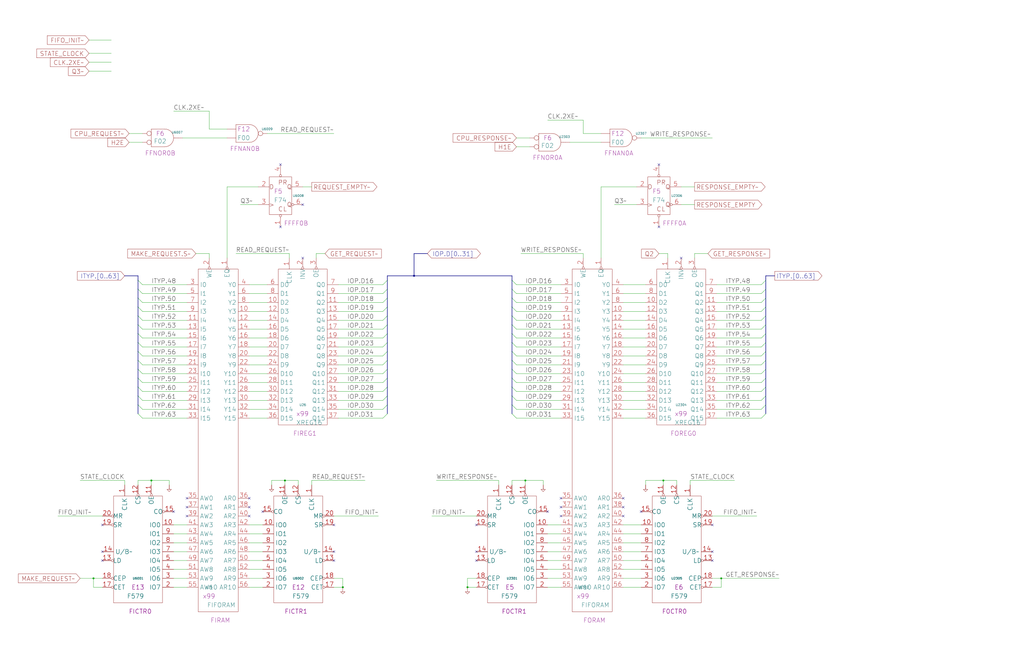
<source format=kicad_sch>
(kicad_sch (version 20230121) (generator eeschema)
  (paper "User" 584.2 378.46)
  (title_block (title "FIFOS\\nREQUEST FIFO") (date "22-SEP-90") (rev "2.0") (comment 1 "IOC") (comment 2 "232-003061") (comment 3 "S400") (comment 4 "RELEASED"))
  (lib_symbols
    (symbol "r1000:F00" (pin_numbers hide) (pin_names hide)
      (property "Reference" "U" (at 15.24 0 0))
      (property "Value" "F00" (at 1.905 -5.08 0))
      (property "Location" "___" (at 1.905 0 0))
      (property "Name" "______" (at 2.54 -12.7 0))
      (symbol "F00_0_1"
        (polyline (pts (xy -2.54 -7.62) (xy 5.08 -7.62)) (stroke (width 0.1524)))
        (polyline (pts (xy -2.54 2.54) (xy -2.54 -7.62)) (stroke (width 0.1524)))
        (polyline (pts (xy -2.54 2.54) (xy 5.08 2.54)) (stroke (width 0.1524)))
        (arc (start 5.08 -7.62) (mid 10.1282 -2.54) (end 5.08 2.54) (stroke (width 0.1524)))
        (circle (center 11.43 -2.54) (radius 1.27) (stroke (width 0.1524)))
      )
      (symbol "F00_0_2"
        (circle (center -3.81 -5.08) (radius 1.27) (stroke (width 0.1524)))
        (circle (center -3.81 0) (radius 1.27) (stroke (width 0.1524)))
        (arc (start -3.175 -7.62) (mid -2.134 -2.54) (end -3.175 2.54) (stroke (width 0.1524)))
        (polyline (pts (xy -3.175 -7.62) (xy 3.81 -7.62)) (stroke (width 0.1524)))
        (polyline (pts (xy -3.175 2.54) (xy 3.81 2.54)) (stroke (width 0.1524)))
        (arc (start 3.81 -7.62) (mid 7.5855 -5.8306) (end 10.16 -2.54) (stroke (width 0.1524)))
        (arc (start 10.16 -2.54) (mid 7.5827 0.7471) (end 3.81 2.54) (stroke (width 0.1524)))
      )
      (symbol "F00_1_1"
        (pin input line (at -7.62 0 0) (length 5.08) (name "D0") (number "1"))
        (pin input line (at -7.62 -5.08 0) (length 5.08) (name "D1") (number "2"))
        (pin output line (at 15.24 -2.54 180) (length 2.54) (name "Q") (number "3"))
      )
      (symbol "F00_1_2"
        (pin input line (at -7.62 0 0) (length 2.54) (name "D0") (number "1"))
        (pin input line (at -7.62 -5.08 0) (length 2.54) (name "D1") (number "2"))
        (pin output line (at 15.24 -2.54 180) (length 5.08) (name "Q") (number "3"))
      )
    )
    (symbol "r1000:F02" (pin_numbers hide) (pin_names hide)
      (property "Reference" "U" (at 12.16 0.635 0))
      (property "Value" "F02" (at -1.27 -4.445 0))
      (property "Location" "___" (at 2.54 0 0))
      (property "Name" "______" (at 2.54 -12.7 0))
      (symbol "F02_0_1"
        (arc (start -3.81 -7.62) (mid -2.9847 -2.54) (end -3.81 2.54) (stroke (width 0.1524)))
        (polyline (pts (xy -5.08 -5.08) (xy -3.175 -5.08)) (stroke (width 0.1524)))
        (polyline (pts (xy -5.08 0) (xy -3.175 0)) (stroke (width 0.1524)))
        (polyline (pts (xy -3.81 -7.62) (xy 2.54 -7.62)) (stroke (width 0.1524)))
        (polyline (pts (xy -3.81 2.54) (xy 2.54 2.54)) (stroke (width 0.1524)))
        (polyline (pts (xy 13.97 -2.54) (xy 12.7 -2.54)) (stroke (width 0.1524)))
        (arc (start 2.54 -7.62) (mid 6.9515 -5.9823) (end 10.16 -2.54) (stroke (width 0.1524)))
        (arc (start 10.16 -2.54) (mid 6.9478 0.8966) (end 2.54 2.54) (stroke (width 0.1524)))
        (circle (center 11.43 -2.54) (radius 1.27) (stroke (width 0.1524)))
      )
      (symbol "F02_0_2"
        (circle (center -3.81 -5.08) (radius 1.27) (stroke (width 0.1524)))
        (circle (center -3.81 0) (radius 1.27) (stroke (width 0.1524)))
        (polyline (pts (xy -2.54 -7.62) (xy 5.08 -7.62)) (stroke (width 0.1524)))
        (polyline (pts (xy -2.54 2.54) (xy -2.54 -7.62)) (stroke (width 0.1524)))
        (polyline (pts (xy -2.54 2.54) (xy 5.08 2.54)) (stroke (width 0.1524)))
        (polyline (pts (xy 11.43 -2.54) (xy 10.16 -2.54)) (stroke (width 0.1524)))
        (polyline (pts (xy 11.43 -2.54) (xy 12.7 -2.54)) (stroke (width 0.1524)))
        (arc (start 5.08 -7.62) (mid 10.1282 -2.54) (end 5.08 2.54) (stroke (width 0.1524)))
      )
      (symbol "F02_1_1"
        (pin input line (at -7.62 0 0) (length 2.54) (name "D0") (number "1"))
        (pin input line (at -7.62 -5.08 0) (length 2.54) (name "D1") (number "2"))
        (pin output line (at 15.24 -2.54 180) (length 1.27) (name "Q") (number "3"))
      )
      (symbol "F02_1_2"
        (pin input line (at -7.62 0 0) (length 2.54) (name "D0") (number "1"))
        (pin input line (at -7.62 -5.08 0) (length 2.54) (name "D1") (number "2"))
        (pin output line (at 15.24 -2.54 180) (length 2.54) (name "Q") (number "3"))
      )
    )
    (symbol "r1000:F579" (pin_names (offset 1.016))
      (property "Reference" "U" (at 2.54 5.08 0))
      (property "Value" "F579" (at -3.81 -5.08 0))
      (property "Location" "___" (at -1.27 0 0))
      (property "Name" "______" (at 3.81 -15.24 0))
      (symbol "F579_1_1"
        (circle (center -12.065 0) (radius 0.635))
        (circle (center -12.065 5.08) (radius 0.635))
        (circle (center -12.065 15.24) (radius 0.635))
        (circle (center -12.065 35.56) (radius 0.635))
        (circle (center -12.065 40.64) (radius 0.635))
        (rectangle (start -11.43 52.07) (end 16.51 -8.89))
        (circle (center 2.54 52.705) (radius 0.635))
        (circle (center 10.16 52.705) (radius 0.635))
        (circle (center 17.145 43.18) (radius 0.635))
        (pin input line (at -5.08 58.42 270) (length 6.35) (name "CLK") (number "1"))
        (pin bidirectional line (at 22.86 35.56 180) (length 6.35) (name "IO0") (number "10"))
        (pin input line (at 10.16 58.42 270) (length 5.08) (name "OE") (number "11"))
        (pin input line (at 2.54 58.42 270) (length 5.08) (name "CS") (number "12"))
        (pin input line (at -17.78 15.24 0) (length 5.08) (name "LD") (number "13"))
        (pin input line (at -17.78 20.32 0) (length 6.35) (name "U/B~") (number "14"))
        (pin output line (at 22.86 43.18 180) (length 5.08) (name "CO") (number "15"))
        (pin input line (at -17.78 0 0) (length 5.08) (name "CET") (number "17"))
        (pin input line (at -17.78 5.08 0) (length 5.08) (name "CEP") (number "18"))
        (pin input line (at -17.78 35.56 0) (length 5.08) (name "SR") (number "19"))
        (pin bidirectional line (at 22.86 0 180) (length 6.35) (name "IO7") (number "2"))
        (pin input line (at -17.78 40.64 0) (length 5.08) (name "MR") (number "20"))
        (pin bidirectional line (at 22.86 5.08 180) (length 6.35) (name "IO6") (number "3"))
        (pin bidirectional line (at 22.86 10.16 180) (length 6.35) (name "IO5") (number "4"))
        (pin bidirectional line (at 22.86 15.24 180) (length 6.35) (name "IO4") (number "5"))
        (pin bidirectional line (at 22.86 20.32 180) (length 6.35) (name "IO3") (number "7"))
        (pin bidirectional line (at 22.86 25.4 180) (length 6.35) (name "IO2") (number "8"))
        (pin bidirectional line (at 22.86 30.48 180) (length 6.35) (name "IO1") (number "9"))
      )
    )
    (symbol "r1000:F74" (pin_names (offset 1.016) hide)
      (property "Reference" "U" (at 12.7 -2.54 0))
      (property "Value" "F74" (at -1.27 -5.08 0))
      (property "Location" "___" (at -1.27 0 0))
      (property "Name" "______" (at 11.43 -19.685 0))
      (symbol "F74_0_1"
        (rectangle (start -3.81 8.255) (end 8.89 -13.335) (stroke (width 0.1524)))
        (polyline (pts (xy 2.54 -15.24) (xy 2.54 -14.605)) (stroke (width 0.1524)))
        (polyline (pts (xy 2.54 10.16) (xy 2.54 9.525)) (stroke (width 0.1524)))
      )
      (symbol "F74_1_1"
        (circle (center 2.54 -13.97) (radius 0.635))
        (circle (center 2.54 8.89) (radius 0.635))
        (circle (center 9.525 -7.62) (radius 0.635))
        (text ">" (at -2.54 -7.62 0) (effects (font (size 2.54 2.54))))
        (text "C" (at 2.54 -10.16 0) (effects (font (size 2.54 2.54))))
        (text "D" (at -2.54 2.54 0) (effects (font (size 2.54 2.54))))
        (text "L" (at 5.08 -10.16 0) (effects (font (size 2.54 2.54))))
        (text "P" (at 2.54 5.08 0) (effects (font (size 2.54 2.54))))
        (text "Q" (at 7.62 -7.62 0) (effects (font (size 2.54 2.54))))
        (text "Q" (at 7.62 2.54 0) (effects (font (size 2.54 2.54))))
        (text "R" (at 5.08 5.08 0) (effects (font (size 2.54 2.54))))
        (pin input line (at 2.54 -20.32 90) (length 5.08) (name "CL_") (number "1"))
        (pin input line (at -10.16 2.54 0) (length 6.35) (name "D") (number "2"))
        (pin input line (at -10.16 -7.62 0) (length 6.35) (name "CLK") (number "3"))
        (pin input line (at 2.54 15.24 270) (length 5.08) (name "PR_") (number "4"))
        (pin output line (at 15.24 2.54 180) (length 6.35) (name "Q") (number "5"))
        (pin output line (at 15.24 -7.62 180) (length 5.08) (name "Q_") (number "6"))
      )
    )
    (symbol "r1000:FIFORAM" (pin_names (offset 1.016))
      (property "Reference" "U" (at 2.54 5.08 0))
      (property "Value" "FIFORAM" (at 1.27 -5.08 0))
      (property "Location" "___" (at -1.27 0 0))
      (property "Name" "______" (at 8.89 -15.24 0))
      (symbol "FIFORAM_1_1"
        (rectangle (start -3.81 186.69) (end 19.05 -8.89))
        (circle (center 2.54 187.325) (radius 0.635))
        (circle (center 12.7 187.325) (radius 0.635))
        (pin output line (at 12.7 193.04 270) (length 5.08) (name "EQ") (number "1"))
        (pin output line (at 25.4 162.56 180) (length 6.35) (name "Y3") (number "10"))
        (pin input line (at -10.16 157.48 0) (length 6.35) (name "I4") (number "11"))
        (pin output line (at 25.4 157.48 180) (length 6.35) (name "Y4") (number "12"))
        (pin input line (at -10.16 152.4 0) (length 6.35) (name "I5") (number "13"))
        (pin output line (at 25.4 152.4 180) (length 6.35) (name "Y5") (number "14"))
        (pin input line (at -10.16 147.32 0) (length 6.35) (name "I6") (number "15"))
        (pin output line (at 25.4 147.32 180) (length 6.35) (name "Y6") (number "16"))
        (pin input line (at -10.16 142.24 0) (length 6.35) (name "I7") (number "17"))
        (pin output line (at 25.4 142.24 180) (length 6.35) (name "Y7") (number "18"))
        (pin input line (at -10.16 137.16 0) (length 6.35) (name "I8") (number "19"))
        (pin input line (at 2.54 193.04 270) (length 5.08) (name "WE") (number "2"))
        (pin output line (at 25.4 137.16 180) (length 6.35) (name "Y8") (number "20"))
        (pin input line (at -10.16 132.08 0) (length 6.35) (name "I9") (number "21"))
        (pin output line (at 25.4 132.08 180) (length 6.35) (name "Y9") (number "22"))
        (pin input line (at -10.16 127 0) (length 6.35) (name "I10") (number "23"))
        (pin output line (at 25.4 127 180) (length 6.35) (name "Y10") (number "24"))
        (pin input line (at -10.16 121.92 0) (length 6.35) (name "I11") (number "25"))
        (pin output line (at 25.4 121.92 180) (length 6.35) (name "Y11") (number "26"))
        (pin input line (at -10.16 116.84 0) (length 6.35) (name "I12") (number "27"))
        (pin output line (at 25.4 116.84 180) (length 6.35) (name "Y12") (number "28"))
        (pin input line (at -10.16 111.76 0) (length 6.35) (name "I13") (number "29"))
        (pin input line (at -10.16 177.8 0) (length 6.35) (name "I0") (number "3"))
        (pin output line (at 25.4 111.76 180) (length 6.35) (name "Y13") (number "30"))
        (pin input line (at -10.16 106.68 0) (length 6.35) (name "I14") (number "31"))
        (pin output line (at 25.4 106.68 180) (length 6.35) (name "Y14") (number "32"))
        (pin input line (at -10.16 101.6 0) (length 6.35) (name "I15") (number "33"))
        (pin output line (at 25.4 101.6 180) (length 6.35) (name "Y15") (number "34"))
        (pin input line (at -10.16 55.88 0) (length 6.35) (name "AW0") (number "35"))
        (pin input line (at 25.4 55.88 180) (length 6.35) (name "AR0") (number "36"))
        (pin input line (at -10.16 50.8 0) (length 6.35) (name "AW1") (number "37"))
        (pin input line (at 25.4 50.8 180) (length 6.35) (name "AR1") (number "38"))
        (pin input line (at -10.16 45.72 0) (length 6.35) (name "AW2") (number "39"))
        (pin output line (at 25.4 177.8 180) (length 6.35) (name "Y0") (number "4"))
        (pin input line (at 25.4 45.72 180) (length 6.35) (name "AR2") (number "40"))
        (pin input line (at -10.16 40.64 0) (length 6.35) (name "AW3") (number "41"))
        (pin input line (at 25.4 40.64 180) (length 6.35) (name "AR3") (number "42"))
        (pin input line (at -10.16 35.56 0) (length 6.35) (name "AW4") (number "43"))
        (pin input line (at 25.4 35.56 180) (length 6.35) (name "AR4") (number "44"))
        (pin input line (at -10.16 30.48 0) (length 6.35) (name "AW5") (number "45"))
        (pin input line (at 25.4 30.48 180) (length 6.35) (name "AR5") (number "46"))
        (pin input line (at -10.16 25.4 0) (length 6.35) (name "AW6") (number "47"))
        (pin input line (at 25.4 25.4 180) (length 6.35) (name "AR6") (number "48"))
        (pin input line (at -10.16 20.32 0) (length 6.35) (name "AW7") (number "49"))
        (pin input line (at -10.16 172.72 0) (length 6.35) (name "I1") (number "5"))
        (pin input line (at 25.4 20.32 180) (length 6.35) (name "AR7") (number "50"))
        (pin input line (at -10.16 15.24 0) (length 6.35) (name "AW8") (number "51"))
        (pin input line (at 25.4 15.24 180) (length 6.35) (name "AR8") (number "52"))
        (pin input line (at -10.16 10.16 0) (length 6.35) (name "AW9") (number "53"))
        (pin input line (at 25.4 10.16 180) (length 6.35) (name "AR9") (number "54"))
        (pin input line (at -10.16 5.08 0) (length 6.35) (name "AW10") (number "55"))
        (pin input line (at 25.4 5.08 180) (length 6.35) (name "AR10") (number "56"))
        (pin output line (at 25.4 172.72 180) (length 6.35) (name "Y1") (number "6"))
        (pin input line (at -10.16 167.64 0) (length 6.35) (name "I2") (number "7"))
        (pin output line (at 25.4 167.64 180) (length 6.35) (name "Y2") (number "8"))
        (pin input line (at -10.16 162.56 0) (length 6.35) (name "I3") (number "9"))
      )
    )
    (symbol "r1000:PD" (power) (pin_numbers hide) (pin_names hide) (in_bom no)
      (symbol "PD_0_1"
        (polyline (pts (xy 0 -2.54) (xy 1.27 -2.54) (xy 0 -3.81) (xy -1.27 -2.54) (xy 0 -2.54)) (stroke (width 0.1524)))
      )
      (symbol "PD_1_1"
        (pin power_in line (at 0 0 270) (length 2.54) (name "PD") (number "1"))
      )
    )
    (symbol "r1000:XREG16" (pin_names (offset 1.016))
      (property "Reference" "U" (at 2.54 5.08 0))
      (property "Value" "XREG16" (at -1.27 -5.08 0))
      (property "Location" "___" (at -1.27 0 0))
      (property "Name" "______" (at 3.81 -12.7 0))
      (symbol "XREG16_1_1"
        (rectangle (start -11.43 82.55) (end 16.51 -6.35))
        (circle (center 2.54 83.185) (radius 0.635))
        (circle (center 10.16 83.185) (radius 0.635))
        (pin input line (at -5.08 88.9 270) (length 6.35) (name "CLK") (number "1"))
        (pin input line (at -17.78 63.5 0) (length 6.35) (name "D2") (number "10"))
        (pin tri_state line (at 22.86 63.5 180) (length 6.35) (name "Q2") (number "11"))
        (pin input line (at -17.78 58.42 0) (length 6.35) (name "D3") (number "12"))
        (pin tri_state line (at 22.86 58.42 180) (length 6.35) (name "Q3") (number "13"))
        (pin input line (at -17.78 53.34 0) (length 6.35) (name "D4") (number "14"))
        (pin tri_state line (at 22.86 53.34 180) (length 6.35) (name "Q4") (number "15"))
        (pin input line (at -17.78 48.26 0) (length 6.35) (name "D5") (number "16"))
        (pin tri_state line (at 22.86 48.26 180) (length 6.35) (name "Q5") (number "17"))
        (pin input line (at -17.78 43.18 0) (length 6.35) (name "D6") (number "18"))
        (pin tri_state line (at 22.86 43.18 180) (length 6.35) (name "Q6") (number "19"))
        (pin input line (at 2.54 88.9 270) (length 5.08) (name "INV") (number "2"))
        (pin input line (at -17.78 38.1 0) (length 6.35) (name "D7") (number "20"))
        (pin tri_state line (at 22.86 38.1 180) (length 6.35) (name "Q7") (number "21"))
        (pin input line (at -17.78 33.02 0) (length 6.35) (name "D8") (number "22"))
        (pin tri_state line (at 22.86 33.02 180) (length 6.35) (name "Q8") (number "23"))
        (pin input line (at -17.78 27.94 0) (length 6.35) (name "D9") (number "24"))
        (pin tri_state line (at 22.86 27.94 180) (length 6.35) (name "Q9") (number "25"))
        (pin input line (at -17.78 22.86 0) (length 6.35) (name "D10") (number "26"))
        (pin tri_state line (at 22.86 22.86 180) (length 6.35) (name "Q10") (number "27"))
        (pin input line (at -17.78 17.78 0) (length 6.35) (name "D11") (number "28"))
        (pin tri_state line (at 22.86 17.78 180) (length 6.35) (name "Q11") (number "29"))
        (pin input line (at 10.16 88.9 270) (length 5.08) (name "OE") (number "3"))
        (pin input line (at -17.78 12.7 0) (length 6.35) (name "D12") (number "30"))
        (pin tri_state line (at 22.86 12.7 180) (length 6.35) (name "Q12") (number "31"))
        (pin input line (at -17.78 7.62 0) (length 6.35) (name "D13") (number "32"))
        (pin tri_state line (at 22.86 7.62 180) (length 6.35) (name "Q13") (number "33"))
        (pin input line (at -17.78 2.54 0) (length 6.35) (name "D14") (number "34"))
        (pin tri_state line (at 22.86 2.54 180) (length 6.35) (name "Q14") (number "35"))
        (pin input line (at -17.78 -2.54 0) (length 6.35) (name "D15") (number "36"))
        (pin tri_state line (at 22.86 -2.54 180) (length 6.35) (name "Q15") (number "37"))
        (pin input line (at -17.78 73.66 0) (length 6.35) (name "D0") (number "6"))
        (pin tri_state line (at 22.86 73.66 180) (length 6.35) (name "Q0") (number "7"))
        (pin input line (at -17.78 68.58 0) (length 6.35) (name "D1") (number "8"))
        (pin tri_state line (at 22.86 68.58 180) (length 6.35) (name "Q1") (number "9"))
      )
    )
  )
  (junction (at 236.22 157.48))
  (junction (at 266.7 335.28))
  (junction (at 162.56 274.32))
  (junction (at 411.48 330.2))
  (junction (at 195.58 335.28))
  (junction (at 378.46 274.32))
  (junction (at 53.34 330.2))
  (junction (at 299.72 274.32))
  (junction (at 86.36 274.32))
  (no_connect (at 375.92 129.54))
  (no_connect (at 406.4 299.72))
  (no_connect (at 355.6 294.64))
  (no_connect (at 160.02 129.54))
  (no_connect (at 365.76 292.1))
  (no_connect (at 320.04 294.64))
  (no_connect (at 320.04 289.56))
  (no_connect (at 58.42 320.04))
  (no_connect (at 58.42 314.96))
  (no_connect (at 190.5 320.04))
  (no_connect (at 355.6 284.48))
  (no_connect (at 149.86 292.1))
  (no_connect (at 160.02 93.98))
  (no_connect (at 142.24 284.48))
  (no_connect (at 142.24 289.56))
  (no_connect (at 142.24 294.64))
  (no_connect (at 106.68 294.64))
  (no_connect (at 106.68 289.56))
  (no_connect (at 106.68 284.48))
  (no_connect (at 190.5 314.96))
  (no_connect (at 271.78 314.96))
  (no_connect (at 312.42 292.1))
  (no_connect (at 271.78 299.72))
  (no_connect (at 172.72 147.32))
  (no_connect (at 58.42 299.72))
  (no_connect (at 172.72 116.84))
  (no_connect (at 406.4 320.04))
  (no_connect (at 320.04 284.48))
  (no_connect (at 271.78 320.04))
  (no_connect (at 406.4 314.96))
  (no_connect (at 388.62 147.32))
  (no_connect (at 99.06 292.1))
  (no_connect (at 190.5 299.72))
  (no_connect (at 355.6 289.56))
  (no_connect (at 375.92 93.98))
  (bus_entry (at 78.74 210.82) (size 2.54 2.54))
  (bus_entry (at 78.74 160.02) (size 2.54 2.54))
  (bus_entry (at 220.98 165.1) (size -2.54 2.54))
  (bus_entry (at 220.98 210.82) (size -2.54 2.54))
  (bus_entry (at 292.1 205.74) (size 2.54 2.54))
  (bus_entry (at 436.88 180.34) (size -2.54 2.54))
  (bus_entry (at 436.88 175.26) (size -2.54 2.54))
  (bus_entry (at 436.88 185.42) (size -2.54 2.54))
  (bus_entry (at 220.98 200.66) (size -2.54 2.54))
  (bus_entry (at 436.88 170.18) (size -2.54 2.54))
  (bus_entry (at 436.88 165.1) (size -2.54 2.54))
  (bus_entry (at 292.1 226.06) (size 2.54 2.54))
  (bus_entry (at 436.88 160.02) (size -2.54 2.54))
  (bus_entry (at 436.88 226.06) (size -2.54 2.54))
  (bus_entry (at 220.98 231.14) (size -2.54 2.54))
  (bus_entry (at 78.74 165.1) (size 2.54 2.54))
  (bus_entry (at 78.74 195.58) (size 2.54 2.54))
  (bus_entry (at 220.98 170.18) (size -2.54 2.54))
  (bus_entry (at 292.1 220.98) (size 2.54 2.54))
  (bus_entry (at 220.98 175.26) (size -2.54 2.54))
  (bus_entry (at 78.74 200.66) (size 2.54 2.54))
  (bus_entry (at 292.1 231.14) (size 2.54 2.54))
  (bus_entry (at 292.1 160.02) (size 2.54 2.54))
  (bus_entry (at 292.1 215.9) (size 2.54 2.54))
  (bus_entry (at 292.1 200.66) (size 2.54 2.54))
  (bus_entry (at 292.1 190.5) (size 2.54 2.54))
  (bus_entry (at 220.98 190.5) (size -2.54 2.54))
  (bus_entry (at 78.74 231.14) (size 2.54 2.54))
  (bus_entry (at 78.74 220.98) (size 2.54 2.54))
  (bus_entry (at 436.88 215.9) (size -2.54 2.54))
  (bus_entry (at 220.98 215.9) (size -2.54 2.54))
  (bus_entry (at 292.1 180.34) (size 2.54 2.54))
  (bus_entry (at 436.88 210.82) (size -2.54 2.54))
  (bus_entry (at 292.1 175.26) (size 2.54 2.54))
  (bus_entry (at 436.88 200.66) (size -2.54 2.54))
  (bus_entry (at 78.74 215.9) (size 2.54 2.54))
  (bus_entry (at 220.98 205.74) (size -2.54 2.54))
  (bus_entry (at 220.98 226.06) (size -2.54 2.54))
  (bus_entry (at 78.74 175.26) (size 2.54 2.54))
  (bus_entry (at 78.74 180.34) (size 2.54 2.54))
  (bus_entry (at 436.88 190.5) (size -2.54 2.54))
  (bus_entry (at 436.88 236.22) (size -2.54 2.54))
  (bus_entry (at 220.98 160.02) (size -2.54 2.54))
  (bus_entry (at 78.74 185.42) (size 2.54 2.54))
  (bus_entry (at 436.88 205.74) (size -2.54 2.54))
  (bus_entry (at 220.98 180.34) (size -2.54 2.54))
  (bus_entry (at 292.1 165.1) (size 2.54 2.54))
  (bus_entry (at 436.88 220.98) (size -2.54 2.54))
  (bus_entry (at 436.88 231.14) (size -2.54 2.54))
  (bus_entry (at 78.74 205.74) (size 2.54 2.54))
  (bus_entry (at 220.98 195.58) (size -2.54 2.54))
  (bus_entry (at 220.98 185.42) (size -2.54 2.54))
  (bus_entry (at 78.74 190.5) (size 2.54 2.54))
  (bus_entry (at 292.1 210.82) (size 2.54 2.54))
  (bus_entry (at 78.74 236.22) (size 2.54 2.54))
  (bus_entry (at 292.1 195.58) (size 2.54 2.54))
  (bus_entry (at 292.1 236.22) (size 2.54 2.54))
  (bus_entry (at 220.98 236.22) (size -2.54 2.54))
  (bus_entry (at 78.74 170.18) (size 2.54 2.54))
  (bus_entry (at 292.1 185.42) (size 2.54 2.54))
  (bus_entry (at 292.1 170.18) (size 2.54 2.54))
  (bus_entry (at 436.88 195.58) (size -2.54 2.54))
  (bus_entry (at 78.74 226.06) (size 2.54 2.54))
  (bus_entry (at 220.98 220.98) (size -2.54 2.54))
  (wire (pts (xy 119.38 73.66) (xy 119.38 63.5)))
  (wire (pts (xy 162.56 274.32) (xy 162.56 276.86)))
  (wire (pts (xy 248.92 274.32) (xy 284.48 274.32)))
  (bus (pts (xy 220.98 220.98) (xy 220.98 226.06)))
  (wire (pts (xy 408.94 177.8) (xy 434.34 177.8)))
  (wire (pts (xy 375.92 144.78) (xy 381 144.78)))
  (wire (pts (xy 294.64 162.56) (xy 320.04 162.56)))
  (bus (pts (xy 220.98 180.34) (xy 220.98 185.42)))
  (wire (pts (xy 81.28 187.96) (xy 106.68 187.96)))
  (bus (pts (xy 292.1 170.18) (xy 292.1 175.26)))
  (wire (pts (xy 81.28 213.36) (xy 106.68 213.36)))
  (bus (pts (xy 220.98 231.14) (xy 220.98 236.22)))
  (bus (pts (xy 71.12 157.48) (xy 78.74 157.48)))
  (wire (pts (xy 355.6 213.36) (xy 368.3 213.36)))
  (wire (pts (xy 246.38 294.64) (xy 271.78 294.64)))
  (wire (pts (xy 142.24 193.04) (xy 152.4 193.04)))
  (wire (pts (xy 292.1 276.86) (xy 292.1 274.32)))
  (bus (pts (xy 292.1 175.26) (xy 292.1 180.34)))
  (wire (pts (xy 284.48 276.86) (xy 284.48 274.32)))
  (wire (pts (xy 99.06 309.88) (xy 106.68 309.88)))
  (wire (pts (xy 142.24 187.96) (xy 152.4 187.96)))
  (bus (pts (xy 292.1 185.42) (xy 292.1 190.5)))
  (bus (pts (xy 78.74 180.34) (xy 78.74 185.42)))
  (wire (pts (xy 355.6 203.2) (xy 368.3 203.2)))
  (wire (pts (xy 393.7 276.86) (xy 393.7 274.32)))
  (wire (pts (xy 355.6 162.56) (xy 368.3 162.56)))
  (wire (pts (xy 408.94 233.68) (xy 434.34 233.68)))
  (wire (pts (xy 297.18 144.78) (xy 332.74 144.78)))
  (wire (pts (xy 342.9 76.2) (xy 332.74 76.2)))
  (wire (pts (xy 294.64 83.82) (xy 302.26 83.82)))
  (wire (pts (xy 180.34 144.78) (xy 180.34 147.32)))
  (wire (pts (xy 50.8 35.56) (xy 63.5 35.56)))
  (bus (pts (xy 220.98 190.5) (xy 220.98 195.58)))
  (wire (pts (xy 149.86 309.88) (xy 142.24 309.88)))
  (bus (pts (xy 292.1 210.82) (xy 292.1 215.9)))
  (wire (pts (xy 142.24 213.36) (xy 152.4 213.36)))
  (wire (pts (xy 355.6 208.28) (xy 368.3 208.28)))
  (wire (pts (xy 266.7 335.28) (xy 266.7 330.2)))
  (wire (pts (xy 294.64 233.68) (xy 320.04 233.68)))
  (wire (pts (xy 81.28 162.56) (xy 106.68 162.56)))
  (wire (pts (xy 378.46 276.86) (xy 378.46 274.32)))
  (wire (pts (xy 195.58 335.28) (xy 195.58 330.2)))
  (wire (pts (xy 294.64 208.28) (xy 320.04 208.28)))
  (wire (pts (xy 215.9 294.64) (xy 190.5 294.64)))
  (wire (pts (xy 408.94 167.64) (xy 434.34 167.64)))
  (wire (pts (xy 312.42 314.96) (xy 320.04 314.96)))
  (wire (pts (xy 312.42 330.2) (xy 320.04 330.2)))
  (bus (pts (xy 78.74 220.98) (xy 78.74 226.06)))
  (wire (pts (xy 408.94 213.36) (xy 434.34 213.36)))
  (wire (pts (xy 99.06 330.2) (xy 106.68 330.2)))
  (wire (pts (xy 271.78 335.28) (xy 266.7 335.28)))
  (wire (pts (xy 294.64 172.72) (xy 320.04 172.72)))
  (wire (pts (xy 86.36 276.86) (xy 86.36 274.32)))
  (wire (pts (xy 355.6 177.8) (xy 368.3 177.8)))
  (wire (pts (xy 99.06 299.72) (xy 106.68 299.72)))
  (bus (pts (xy 220.98 210.82) (xy 220.98 215.9)))
  (wire (pts (xy 332.74 68.58) (xy 332.74 76.2)))
  (wire (pts (xy 193.04 233.68) (xy 218.44 233.68)))
  (wire (pts (xy 129.54 106.68) (xy 147.32 106.68)))
  (bus (pts (xy 292.1 160.02) (xy 292.1 165.1)))
  (bus (pts (xy 292.1 200.66) (xy 292.1 205.74)))
  (wire (pts (xy 142.24 218.44) (xy 152.4 218.44)))
  (bus (pts (xy 78.74 185.42) (xy 78.74 190.5)))
  (wire (pts (xy 208.28 274.32) (xy 177.8 274.32)))
  (bus (pts (xy 292.1 231.14) (xy 292.1 236.22)))
  (wire (pts (xy 294.64 223.52) (xy 320.04 223.52)))
  (bus (pts (xy 78.74 205.74) (xy 78.74 210.82)))
  (bus (pts (xy 78.74 215.9) (xy 78.74 220.98)))
  (wire (pts (xy 444.5 330.2) (xy 411.48 330.2)))
  (wire (pts (xy 355.6 167.64) (xy 368.3 167.64)))
  (wire (pts (xy 142.24 228.6) (xy 152.4 228.6)))
  (wire (pts (xy 53.34 330.2) (xy 58.42 330.2)))
  (wire (pts (xy 365.76 309.88) (xy 355.6 309.88)))
  (bus (pts (xy 236.22 157.48) (xy 292.1 157.48)))
  (wire (pts (xy 294.64 187.96) (xy 320.04 187.96)))
  (wire (pts (xy 325.12 81.28) (xy 342.9 81.28)))
  (bus (pts (xy 292.1 220.98) (xy 292.1 226.06)))
  (wire (pts (xy 134.62 144.78) (xy 165.1 144.78)))
  (wire (pts (xy 162.56 274.32) (xy 170.18 274.32)))
  (wire (pts (xy 96.52 274.32) (xy 96.52 276.86)))
  (wire (pts (xy 154.94 274.32) (xy 162.56 274.32)))
  (wire (pts (xy 332.74 144.78) (xy 332.74 147.32)))
  (wire (pts (xy 193.04 193.04) (xy 218.44 193.04)))
  (wire (pts (xy 299.72 274.32) (xy 309.88 274.32)))
  (wire (pts (xy 294.64 177.8) (xy 320.04 177.8)))
  (wire (pts (xy 294.64 203.2) (xy 320.04 203.2)))
  (wire (pts (xy 294.64 198.12) (xy 320.04 198.12)))
  (wire (pts (xy 294.64 218.44) (xy 320.04 218.44)))
  (wire (pts (xy 294.64 238.76) (xy 320.04 238.76)))
  (wire (pts (xy 355.6 228.6) (xy 368.3 228.6)))
  (bus (pts (xy 292.1 190.5) (xy 292.1 195.58)))
  (wire (pts (xy 193.04 162.56) (xy 218.44 162.56)))
  (wire (pts (xy 81.28 177.8) (xy 106.68 177.8)))
  (wire (pts (xy 408.94 203.2) (xy 434.34 203.2)))
  (wire (pts (xy 149.86 325.12) (xy 142.24 325.12)))
  (wire (pts (xy 142.24 172.72) (xy 152.4 172.72)))
  (wire (pts (xy 149.86 335.28) (xy 142.24 335.28)))
  (wire (pts (xy 312.42 335.28) (xy 320.04 335.28)))
  (wire (pts (xy 388.62 116.84) (xy 396.24 116.84)))
  (wire (pts (xy 99.06 325.12) (xy 106.68 325.12)))
  (wire (pts (xy 142.24 162.56) (xy 152.4 162.56)))
  (wire (pts (xy 172.72 106.68) (xy 177.8 106.68)))
  (bus (pts (xy 220.98 226.06) (xy 220.98 231.14)))
  (wire (pts (xy 342.9 147.32) (xy 342.9 106.68)))
  (wire (pts (xy 396.24 144.78) (xy 396.24 147.32)))
  (wire (pts (xy 355.6 182.88) (xy 368.3 182.88)))
  (bus (pts (xy 436.88 175.26) (xy 436.88 180.34)))
  (wire (pts (xy 408.94 223.52) (xy 434.34 223.52)))
  (wire (pts (xy 142.24 233.68) (xy 152.4 233.68)))
  (bus (pts (xy 78.74 200.66) (xy 78.74 205.74)))
  (wire (pts (xy 378.46 274.32) (xy 386.08 274.32)))
  (wire (pts (xy 142.24 182.88) (xy 152.4 182.88)))
  (wire (pts (xy 53.34 335.28) (xy 53.34 330.2)))
  (bus (pts (xy 220.98 157.48) (xy 220.98 160.02)))
  (wire (pts (xy 365.76 335.28) (xy 355.6 335.28)))
  (wire (pts (xy 50.8 22.86) (xy 63.5 22.86)))
  (bus (pts (xy 78.74 231.14) (xy 78.74 236.22)))
  (wire (pts (xy 165.1 144.78) (xy 165.1 147.32)))
  (wire (pts (xy 309.88 274.32) (xy 309.88 276.86)))
  (wire (pts (xy 142.24 177.8) (xy 152.4 177.8)))
  (wire (pts (xy 193.04 208.28) (xy 218.44 208.28)))
  (wire (pts (xy 119.38 63.5) (xy 99.06 63.5)))
  (wire (pts (xy 81.28 238.76) (xy 106.68 238.76)))
  (wire (pts (xy 193.04 238.76) (xy 218.44 238.76)))
  (bus (pts (xy 292.1 226.06) (xy 292.1 231.14)))
  (wire (pts (xy 406.4 335.28) (xy 411.48 335.28)))
  (wire (pts (xy 419.1 274.32) (xy 393.7 274.32)))
  (wire (pts (xy 408.94 182.88) (xy 434.34 182.88)))
  (wire (pts (xy 408.94 218.44) (xy 434.34 218.44)))
  (wire (pts (xy 408.94 198.12) (xy 434.34 198.12)))
  (bus (pts (xy 220.98 165.1) (xy 220.98 170.18)))
  (wire (pts (xy 78.74 276.86) (xy 78.74 274.32)))
  (wire (pts (xy 365.76 314.96) (xy 355.6 314.96)))
  (bus (pts (xy 78.74 165.1) (xy 78.74 170.18)))
  (wire (pts (xy 294.64 193.04) (xy 320.04 193.04)))
  (wire (pts (xy 365.76 299.72) (xy 355.6 299.72)))
  (wire (pts (xy 81.28 198.12) (xy 106.68 198.12)))
  (wire (pts (xy 50.8 30.48) (xy 63.5 30.48)))
  (wire (pts (xy 388.62 106.68) (xy 396.24 106.68)))
  (wire (pts (xy 45.72 330.2) (xy 53.34 330.2)))
  (bus (pts (xy 220.98 185.42) (xy 220.98 190.5)))
  (wire (pts (xy 81.28 182.88) (xy 106.68 182.88)))
  (wire (pts (xy 129.54 73.66) (xy 119.38 73.66)))
  (wire (pts (xy 365.76 325.12) (xy 355.6 325.12)))
  (bus (pts (xy 436.88 215.9) (xy 436.88 220.98)))
  (wire (pts (xy 408.94 193.04) (xy 434.34 193.04)))
  (bus (pts (xy 292.1 205.74) (xy 292.1 210.82)))
  (wire (pts (xy 142.24 208.28) (xy 152.4 208.28)))
  (wire (pts (xy 142.24 223.52) (xy 152.4 223.52)))
  (wire (pts (xy 294.64 167.64) (xy 320.04 167.64)))
  (wire (pts (xy 355.6 187.96) (xy 368.3 187.96)))
  (wire (pts (xy 193.04 172.72) (xy 218.44 172.72)))
  (wire (pts (xy 431.8 294.64) (xy 406.4 294.64)))
  (wire (pts (xy 193.04 218.44) (xy 218.44 218.44)))
  (wire (pts (xy 149.86 299.72) (xy 142.24 299.72)))
  (wire (pts (xy 312.42 299.72) (xy 320.04 299.72)))
  (bus (pts (xy 220.98 175.26) (xy 220.98 180.34)))
  (bus (pts (xy 78.74 190.5) (xy 78.74 195.58)))
  (wire (pts (xy 185.42 144.78) (xy 180.34 144.78)))
  (wire (pts (xy 342.9 106.68) (xy 363.22 106.68)))
  (wire (pts (xy 119.38 144.78) (xy 119.38 147.32)))
  (bus (pts (xy 436.88 226.06) (xy 436.88 231.14)))
  (wire (pts (xy 99.06 335.28) (xy 106.68 335.28)))
  (wire (pts (xy 154.94 276.86) (xy 154.94 274.32)))
  (wire (pts (xy 312.42 304.8) (xy 320.04 304.8)))
  (bus (pts (xy 292.1 215.9) (xy 292.1 220.98)))
  (wire (pts (xy 177.8 276.86) (xy 177.8 274.32)))
  (wire (pts (xy 81.28 223.52) (xy 106.68 223.52)))
  (bus (pts (xy 436.88 190.5) (xy 436.88 195.58)))
  (wire (pts (xy 312.42 320.04) (xy 320.04 320.04)))
  (wire (pts (xy 355.6 198.12) (xy 368.3 198.12)))
  (wire (pts (xy 312.42 325.12) (xy 320.04 325.12)))
  (bus (pts (xy 436.88 160.02) (xy 436.88 165.1)))
  (bus (pts (xy 220.98 195.58) (xy 220.98 200.66)))
  (wire (pts (xy 408.94 187.96) (xy 434.34 187.96)))
  (bus (pts (xy 436.88 185.42) (xy 436.88 190.5)))
  (wire (pts (xy 386.08 276.86) (xy 386.08 274.32)))
  (bus (pts (xy 436.88 165.1) (xy 436.88 170.18)))
  (wire (pts (xy 411.48 330.2) (xy 406.4 330.2)))
  (wire (pts (xy 355.6 223.52) (xy 368.3 223.52)))
  (wire (pts (xy 73.66 81.28) (xy 81.28 81.28)))
  (wire (pts (xy 408.94 162.56) (xy 434.34 162.56)))
  (wire (pts (xy 193.04 228.6) (xy 218.44 228.6)))
  (wire (pts (xy 193.04 223.52) (xy 218.44 223.52)))
  (wire (pts (xy 355.6 172.72) (xy 368.3 172.72)))
  (wire (pts (xy 99.06 314.96) (xy 106.68 314.96)))
  (wire (pts (xy 193.04 167.64) (xy 218.44 167.64)))
  (bus (pts (xy 292.1 165.1) (xy 292.1 170.18)))
  (wire (pts (xy 294.64 213.36) (xy 320.04 213.36)))
  (wire (pts (xy 292.1 274.32) (xy 299.72 274.32)))
  (bus (pts (xy 436.88 170.18) (xy 436.88 175.26)))
  (bus (pts (xy 436.88 157.48) (xy 436.88 160.02)))
  (wire (pts (xy 368.3 274.32) (xy 378.46 274.32)))
  (bus (pts (xy 436.88 231.14) (xy 436.88 236.22)))
  (bus (pts (xy 292.1 157.48) (xy 292.1 160.02)))
  (wire (pts (xy 350.52 116.84) (xy 363.22 116.84)))
  (wire (pts (xy 104.14 78.74) (xy 129.54 78.74)))
  (wire (pts (xy 312.42 309.88) (xy 320.04 309.88)))
  (wire (pts (xy 81.28 193.04) (xy 106.68 193.04)))
  (wire (pts (xy 365.76 330.2) (xy 355.6 330.2)))
  (wire (pts (xy 355.6 233.68) (xy 368.3 233.68)))
  (wire (pts (xy 411.48 335.28) (xy 411.48 330.2)))
  (wire (pts (xy 355.6 193.04) (xy 368.3 193.04)))
  (wire (pts (xy 99.06 320.04) (xy 106.68 320.04)))
  (wire (pts (xy 299.72 274.32) (xy 299.72 276.86)))
  (wire (pts (xy 193.04 177.8) (xy 218.44 177.8)))
  (wire (pts (xy 58.42 335.28) (xy 53.34 335.28)))
  (wire (pts (xy 81.28 228.6) (xy 106.68 228.6)))
  (wire (pts (xy 294.64 228.6) (xy 320.04 228.6)))
  (wire (pts (xy 193.04 187.96) (xy 218.44 187.96)))
  (bus (pts (xy 436.88 200.66) (xy 436.88 205.74)))
  (wire (pts (xy 294.64 182.88) (xy 320.04 182.88)))
  (wire (pts (xy 142.24 167.64) (xy 152.4 167.64)))
  (wire (pts (xy 81.28 208.28) (xy 106.68 208.28)))
  (wire (pts (xy 78.74 274.32) (xy 86.36 274.32)))
  (wire (pts (xy 81.28 203.2) (xy 106.68 203.2)))
  (wire (pts (xy 33.02 294.64) (xy 58.42 294.64)))
  (bus (pts (xy 236.22 144.78) (xy 236.22 157.48)))
  (wire (pts (xy 149.86 314.96) (xy 142.24 314.96)))
  (bus (pts (xy 78.74 195.58) (xy 78.74 200.66)))
  (wire (pts (xy 149.86 304.8) (xy 142.24 304.8)))
  (wire (pts (xy 142.24 238.76) (xy 152.4 238.76)))
  (wire (pts (xy 355.6 218.44) (xy 368.3 218.44)))
  (wire (pts (xy 408.94 172.72) (xy 434.34 172.72)))
  (wire (pts (xy 294.64 78.74) (xy 302.26 78.74)))
  (bus (pts (xy 78.74 160.02) (xy 78.74 165.1)))
  (bus (pts (xy 220.98 170.18) (xy 220.98 175.26)))
  (wire (pts (xy 193.04 182.88) (xy 218.44 182.88)))
  (wire (pts (xy 365.76 320.04) (xy 355.6 320.04)))
  (wire (pts (xy 129.54 147.32) (xy 129.54 106.68)))
  (wire (pts (xy 408.94 228.6) (xy 434.34 228.6)))
  (bus (pts (xy 436.88 220.98) (xy 436.88 226.06)))
  (wire (pts (xy 45.72 274.32) (xy 71.12 274.32)))
  (wire (pts (xy 368.3 274.32) (xy 368.3 276.86)))
  (wire (pts (xy 81.28 172.72) (xy 106.68 172.72)))
  (bus (pts (xy 220.98 157.48) (xy 236.22 157.48)))
  (bus (pts (xy 78.74 157.48) (xy 78.74 160.02)))
  (bus (pts (xy 292.1 195.58) (xy 292.1 200.66)))
  (wire (pts (xy 193.04 213.36) (xy 218.44 213.36)))
  (wire (pts (xy 365.76 78.74) (xy 406.4 78.74)))
  (wire (pts (xy 142.24 198.12) (xy 152.4 198.12)))
  (wire (pts (xy 86.36 274.32) (xy 96.52 274.32)))
  (wire (pts (xy 365.76 304.8) (xy 355.6 304.8)))
  (wire (pts (xy 142.24 203.2) (xy 152.4 203.2)))
  (wire (pts (xy 99.06 304.8) (xy 106.68 304.8)))
  (wire (pts (xy 381 144.78) (xy 381 147.32)))
  (wire (pts (xy 193.04 203.2) (xy 218.44 203.2)))
  (wire (pts (xy 50.8 40.64) (xy 63.5 40.64)))
  (wire (pts (xy 195.58 330.2) (xy 190.5 330.2)))
  (bus (pts (xy 436.88 205.74) (xy 436.88 210.82)))
  (wire (pts (xy 190.5 335.28) (xy 195.58 335.28)))
  (wire (pts (xy 170.18 274.32) (xy 170.18 276.86)))
  (wire (pts (xy 266.7 330.2) (xy 271.78 330.2)))
  (wire (pts (xy 149.86 320.04) (xy 142.24 320.04)))
  (wire (pts (xy 403.86 144.78) (xy 396.24 144.78)))
  (bus (pts (xy 441.96 157.48) (xy 436.88 157.48)))
  (bus (pts (xy 243.84 144.78) (xy 236.22 144.78)))
  (wire (pts (xy 193.04 198.12) (xy 218.44 198.12)))
  (wire (pts (xy 71.12 276.86) (xy 71.12 274.32)))
  (bus (pts (xy 78.74 226.06) (xy 78.74 231.14)))
  (wire (pts (xy 73.66 76.2) (xy 81.28 76.2)))
  (bus (pts (xy 220.98 215.9) (xy 220.98 220.98)))
  (bus (pts (xy 78.74 175.26) (xy 78.74 180.34)))
  (wire (pts (xy 332.74 68.58) (xy 312.42 68.58)))
  (bus (pts (xy 220.98 200.66) (xy 220.98 205.74)))
  (wire (pts (xy 81.28 233.68) (xy 106.68 233.68)))
  (bus (pts (xy 220.98 205.74) (xy 220.98 210.82)))
  (bus (pts (xy 292.1 180.34) (xy 292.1 185.42)))
  (wire (pts (xy 408.94 208.28) (xy 434.34 208.28)))
  (wire (pts (xy 355.6 238.76) (xy 368.3 238.76)))
  (bus (pts (xy 436.88 180.34) (xy 436.88 185.42)))
  (wire (pts (xy 137.16 116.84) (xy 147.32 116.84)))
  (wire (pts (xy 149.86 330.2) (xy 142.24 330.2)))
  (wire (pts (xy 152.4 76.2) (xy 190.5 76.2)))
  (bus (pts (xy 220.98 160.02) (xy 220.98 165.1)))
  (wire (pts (xy 81.28 167.64) (xy 106.68 167.64)))
  (bus (pts (xy 78.74 210.82) (xy 78.74 215.9)))
  (bus (pts (xy 436.88 195.58) (xy 436.88 200.66)))
  (bus (pts (xy 78.74 170.18) (xy 78.74 175.26)))
  (wire (pts (xy 111.76 144.78) (xy 119.38 144.78)))
  (bus (pts (xy 436.88 210.82) (xy 436.88 215.9)))
  (wire (pts (xy 81.28 218.44) (xy 106.68 218.44)))
  (wire (pts (xy 408.94 238.76) (xy 434.34 238.76)))
  (label "ITYP.48" (at 414.02 162.56 0) (effects (font (size 2.54 2.54))))
  (label "ITYP.54" (at 86.36 193.04 0) (effects (font (size 2.54 2.54))))
  (label "WRITE_RESPONSE~" (at 248.92 274.32 0) (effects (font (size 2.54 2.54))))
  (label "ITYP.59" (at 414.02 218.44 0) (effects (font (size 2.54 2.54))))
  (label "IOP.D31" (at 198.12 238.76 0) (effects (font (size 2.54 2.54))))
  (label "IOP.D29" (at 198.12 228.6 0) (effects (font (size 2.54 2.54))))
  (label "IOP.D25" (at 198.12 208.28 0) (effects (font (size 2.54 2.54))))
  (label "ITYP.50" (at 86.36 172.72 0) (effects (font (size 2.54 2.54))))
  (label "FIFO_INIT~" (at 215.9 294.64 0) (effects (font (size 2.54 2.54))))
  (label "IOP.D16" (at 198.12 162.56 0) (effects (font (size 2.54 2.54))))
  (label "ITYP.49" (at 86.36 167.64 0) (effects (font (size 2.54 2.54))))
  (label "ITYP.52" (at 414.02 182.88 0) (effects (font (size 2.54 2.54))))
  (label "ITYP.55" (at 86.36 198.12 0) (effects (font (size 2.54 2.54))))
  (label "ITYP.56" (at 86.36 203.2 0) (effects (font (size 2.54 2.54))))
  (label "IOP.D30" (at 198.12 233.68 0) (effects (font (size 2.54 2.54))))
  (label "ITYP.63" (at 414.02 238.76 0) (effects (font (size 2.54 2.54))))
  (label "FIFO_INIT~" (at 33.02 294.64 0) (effects (font (size 2.54 2.54))))
  (label "ITYP.58" (at 414.02 213.36 0) (effects (font (size 2.54 2.54))))
  (label "IOP.D23" (at 198.12 198.12 0) (effects (font (size 2.54 2.54))))
  (label "ITYP.62" (at 414.02 233.68 0) (effects (font (size 2.54 2.54))))
  (label "ITYP.49" (at 414.02 167.64 0) (effects (font (size 2.54 2.54))))
  (label "ITYP.60" (at 86.36 223.52 0) (effects (font (size 2.54 2.54))))
  (label "STATE_CLOCK" (at 45.72 274.32 0) (effects (font (size 2.54 2.54))))
  (label "IOP.D25" (at 299.72 208.28 0) (effects (font (size 2.54 2.54))))
  (label "IOP.D30" (at 299.72 233.68 0) (effects (font (size 2.54 2.54))))
  (label "IOP.D19" (at 299.72 177.8 0) (effects (font (size 2.54 2.54))))
  (label "ITYP.48" (at 86.36 162.56 0) (effects (font (size 2.54 2.54))))
  (label "ITYP.54" (at 414.02 193.04 0) (effects (font (size 2.54 2.54))))
  (label "IOP.D16" (at 299.72 162.56 0) (effects (font (size 2.54 2.54))))
  (label "IOP.D26" (at 299.72 213.36 0) (effects (font (size 2.54 2.54))))
  (label "IOP.D21" (at 299.72 187.96 0) (effects (font (size 2.54 2.54))))
  (label "FIFO_INIT~" (at 431.8 294.64 0) (effects (font (size 2.54 2.54))))
  (label "IOP.D23" (at 299.72 198.12 0) (effects (font (size 2.54 2.54))))
  (label "READ_REQUEST~" (at 134.62 144.78 0) (effects (font (size 2.54 2.54))))
  (label "ITYP.59" (at 86.36 218.44 0) (effects (font (size 2.54 2.54))))
  (label "STATE_CLOCK" (at 419.1 274.32 0) (effects (font (size 2.54 2.54))))
  (label "CLK.2XE~" (at 312.42 68.58 0) (effects (font (size 2.54 2.54))))
  (label "ITYP.61" (at 414.02 228.6 0) (effects (font (size 2.54 2.54))))
  (label "READ_REQUEST~" (at 208.28 274.32 0) (effects (font (size 2.54 2.54))))
  (label "IOP.D28" (at 299.72 223.52 0) (effects (font (size 2.54 2.54))))
  (label "Q3~" (at 350.52 116.84 0) (effects (font (size 2.54 2.54))))
  (label "ITYP.62" (at 86.36 233.68 0) (effects (font (size 2.54 2.54))))
  (label "IOP.D27" (at 299.72 218.44 0) (effects (font (size 2.54 2.54))))
  (label "Q3~" (at 137.16 116.84 0) (effects (font (size 2.54 2.54))))
  (label "IOP.D20" (at 198.12 182.88 0) (effects (font (size 2.54 2.54))))
  (label "ITYP.61" (at 86.36 228.6 0) (effects (font (size 2.54 2.54))))
  (label "IOP.D18" (at 198.12 172.72 0) (effects (font (size 2.54 2.54))))
  (label "ITYP.57" (at 414.02 208.28 0) (effects (font (size 2.54 2.54))))
  (label "IOP.D31" (at 299.72 238.76 0) (effects (font (size 2.54 2.54))))
  (label "ITYP.53" (at 86.36 187.96 0) (effects (font (size 2.54 2.54))))
  (label "IOP.D18" (at 299.72 172.72 0) (effects (font (size 2.54 2.54))))
  (label "WRITE_RESPONSE~" (at 297.18 144.78 0) (effects (font (size 2.54 2.54))))
  (label "IOP.D19" (at 198.12 177.8 0) (effects (font (size 2.54 2.54))))
  (label "ITYP.50" (at 414.02 172.72 0) (effects (font (size 2.54 2.54))))
  (label "ITYP.63" (at 86.36 238.76 0) (effects (font (size 2.54 2.54))))
  (label "IOP.D21" (at 198.12 187.96 0) (effects (font (size 2.54 2.54))))
  (label "IOP.D27" (at 198.12 218.44 0) (effects (font (size 2.54 2.54))))
  (label "ITYP.58" (at 86.36 213.36 0) (effects (font (size 2.54 2.54))))
  (label "IOP.D22" (at 299.72 193.04 0) (effects (font (size 2.54 2.54))))
  (label "GET_RESPONSE~" (at 444.5 330.2 0) (effects (font (size 2.54 2.54))))
  (label "ITYP.56" (at 414.02 203.2 0) (effects (font (size 2.54 2.54))))
  (label "FIFO_INIT~" (at 246.38 294.64 0) (effects (font (size 2.54 2.54))))
  (label "ITYP.55" (at 414.02 198.12 0) (effects (font (size 2.54 2.54))))
  (label "READ_REQUEST~" (at 160.02 76.2 0) (effects (font (size 2.54 2.54))))
  (label "ITYP.52" (at 86.36 182.88 0) (effects (font (size 2.54 2.54))))
  (label "IOP.D28" (at 198.12 223.52 0) (effects (font (size 2.54 2.54))))
  (label "IOP.D17" (at 299.72 167.64 0) (effects (font (size 2.54 2.54))))
  (label "ITYP.60" (at 414.02 223.52 0) (effects (font (size 2.54 2.54))))
  (label "IOP.D20" (at 299.72 182.88 0) (effects (font (size 2.54 2.54))))
  (label "ITYP.51" (at 414.02 177.8 0) (effects (font (size 2.54 2.54))))
  (label "CLK.2XE~" (at 99.06 63.5 0) (effects (font (size 2.54 2.54))))
  (label "ITYP.57" (at 86.36 208.28 0) (effects (font (size 2.54 2.54))))
  (label "IOP.D29" (at 299.72 228.6 0) (effects (font (size 2.54 2.54))))
  (label "ITYP.53" (at 414.02 187.96 0) (effects (font (size 2.54 2.54))))
  (label "IOP.D24" (at 198.12 203.2 0) (effects (font (size 2.54 2.54))))
  (label "IOP.D24" (at 299.72 203.2 0) (effects (font (size 2.54 2.54))))
  (label "ITYP.51" (at 86.36 177.8 0) (effects (font (size 2.54 2.54))))
  (label "WRITE_RESPONSE~" (at 370.84 78.74 0) (effects (font (size 2.54 2.54))))
  (label "IOP.D26" (at 198.12 213.36 0) (effects (font (size 2.54 2.54))))
  (label "IOP.D17" (at 198.12 167.64 0) (effects (font (size 2.54 2.54))))
  (label "IOP.D22" (at 198.12 193.04 0) (effects (font (size 2.54 2.54))))
  (global_label "IOP.D[0..31]" (shape bidirectional) (at 243.84 144.78 0) (effects (font (size 2.54 2.54))) (property "Intersheetrefs" "${INTERSHEET_REFS}" (at 275.0956 144.78 0) (effects (font (size 1.905 1.905)) (justify left))))
  (global_label "STATE_CLOCK" (shape input) (at 50.8 30.48 180) (effects (font (size 2.54 2.54))) (property "Intersheetrefs" "${INTERSHEET_REFS}" (at 20.9369 30.3213 0) (effects (font (size 1.905 1.905)) (justify right))))
  (global_label "H2E" (shape input) (at 73.66 81.28 180) (effects (font (size 2.54 2.54))) (property "Intersheetrefs" "${INTERSHEET_REFS}" (at 61.4559 81.1213 0) (effects (font (size 1.905 1.905)) (justify right))))
  (global_label "CPU_REQUEST~" (shape input) (at 73.66 76.2 180) (effects (font (size 2.54 2.54))) (property "Intersheetrefs" "${INTERSHEET_REFS}" (at 40.5311 76.0413 0) (effects (font (size 1.905 1.905)) (justify right))))
  (global_label "FIFO_INIT~" (shape input) (at 50.8 22.86 180) (effects (font (size 2.54 2.54))) (property "Intersheetrefs" "${INTERSHEET_REFS}" (at 26.6035 22.7013 0) (effects (font (size 1.905 1.905)) (justify right))))
  (global_label "REQUEST_EMPTY~" (shape output) (at 177.8 106.68 0) (effects (font (size 2.54 2.54))) (property "Intersheetrefs" "${INTERSHEET_REFS}" (at 215.0412 106.5213 0) (effects (font (size 1.905 1.905)) (justify left))))
  (global_label "RESPONSE_EMPTY~" (shape output) (at 396.24 106.68 0) (effects (font (size 2.54 2.54))) (property "Intersheetrefs" "${INTERSHEET_REFS}" (at 436.505 106.5213 0) (effects (font (size 1.905 1.905)) (justify left))))
  (global_label "CPU_RESPONSE~" (shape input) (at 294.64 78.74 180) (effects (font (size 2.54 2.54))) (property "Intersheetrefs" "${INTERSHEET_REFS}" (at 258.1063 78.5813 0) (effects (font (size 1.905 1.905)) (justify right))))
  (global_label "ITYP.[0..63]" (shape input) (at 71.12 157.48 180) (effects (font (size 2.54 2.54))) (property "Intersheetrefs" "${INTERSHEET_REFS}" (at 43.3027 157.48 0) (effects (font (size 1.905 1.905)) (justify right))))
  (global_label "MAKE_REQUEST.S~" (shape input) (at 111.76 144.78 180) (effects (font (size 2.54 2.54))) (property "Intersheetrefs" "${INTERSHEET_REFS}" (at 72.8254 144.6213 0) (effects (font (size 1.905 1.905)) (justify right))))
  (global_label "CLK.2XE~" (shape input) (at 50.8 35.56 180) (effects (font (size 2.54 2.54))) (property "Intersheetrefs" "${INTERSHEET_REFS}" (at 22.5092 35.4013 0) (effects (font (size 1.905 1.905)) (justify right))))
  (global_label "H1E" (shape input) (at 294.64 83.82 180) (effects (font (size 2.54 2.54))) (property "Intersheetrefs" "${INTERSHEET_REFS}" (at 282.4359 83.6613 0) (effects (font (size 1.905 1.905)) (justify right))))
  (global_label "RESPONSE_EMPTY" (shape output) (at 396.24 116.84 0) (effects (font (size 2.54 2.54))) (property "Intersheetrefs" "${INTERSHEET_REFS}" (at 434.6908 116.6813 0) (effects (font (size 1.905 1.905)) (justify left))))
  (global_label "GET_REQUEST~" (shape input) (at 185.42 144.78 0) (effects (font (size 2.54 2.54))) (property "Intersheetrefs" "${INTERSHEET_REFS}" (at 217.5812 144.6213 0) (effects (font (size 1.905 1.905)) (justify left))))
  (global_label "ITYP.[0..63]" (shape output) (at 441.96 157.48 0) (effects (font (size 2.54 2.54))) (property "Intersheetrefs" "${INTERSHEET_REFS}" (at 469.7773 157.48 0) (effects (font (size 1.905 1.905)) (justify left))))
  (global_label "GET_RESPONSE~" (shape input) (at 403.86 144.78 0) (effects (font (size 2.54 2.54))) (property "Intersheetrefs" "${INTERSHEET_REFS}" (at 439.045 144.6213 0) (effects (font (size 1.905 1.905)) (justify left))))
  (global_label "Q3~" (shape input) (at 50.8 40.64 180) (effects (font (size 2.54 2.54))) (property "Intersheetrefs" "${INTERSHEET_REFS}" (at 32.5301 40.4813 0) (effects (font (size 1.905 1.905)) (justify right))))
  (global_label "Q2" (shape input) (at 375.92 144.78 180) (effects (font (size 2.54 2.54))) (property "Intersheetrefs" "${INTERSHEET_REFS}" (at 359.8454 144.6213 0) (effects (font (size 1.905 1.905)) (justify right))))
  (global_label "MAKE_REQUEST~" (shape input) (at 45.72 330.2 180) (effects (font (size 2.54 2.54))) (property "Intersheetrefs" "${INTERSHEET_REFS}" (at 10.414 330.0413 0) (effects (font (size 1.905 1.905)) (justify right))))
  (symbol (lib_id "r1000:PD") (at 195.58 335.28 0) (mirror y) (unit 1) (in_bom no)
    (property "Reference" "#PWR0174" (effects hide))
    (property "Value" "PD" (effects hide))
  )
  (symbol (lib_id "r1000:F579") (at 388.62 335.28 0) (mirror y) (unit 1)
    (property "Reference" "U2305" (at 386.08 330.2 0))
    (property "Value" "F579" (at 392.43 340.36 0) (effects (font (size 2.54 2.54)) (justify left)))
    (property "Location" "E6" (at 389.89 335.28 0) (effects (font (size 2.54 2.54)) (justify left)))
    (property "Name" "F0CTR0" (at 384.81 350.52 0) (effects (font (size 2.54 2.54)) (justify bottom)))
  )
  (symbol (lib_id "r1000:PD") (at 368.3 276.86 0) (mirror y) (unit 1) (in_bom no)
    (property "Reference" "#PWR02304" (effects hide))
    (property "Value" "PD" (effects hide))
  )
  (symbol (lib_id "r1000:F74") (at 373.38 109.22 0) (unit 1)
    (property "Reference" "U2306" (at 386.08 111.76 0))
    (property "Value" "F74" (at 372.11 114.3 0) (effects (font (size 2.54 2.54)) (justify left)))
    (property "Location" "F5" (at 372.11 109.22 0) (effects (font (size 2.54 2.54)) (justify left)))
    (property "Name" "FFFF0A" (at 384.81 128.905 0) (effects (font (size 2.54 2.54)) (justify bottom)))
  )
  (symbol (lib_id "r1000:FIFORAM") (at 116.84 340.36 0) (unit 1)
    (property "Reference" "U25" (at 119.38 335.28 0))
    (property "Value" "FIFORAM" (at 118.11 345.44 0) (effects (font (size 2.54 2.54)) (justify left)))
    (property "Location" "x99" (at 115.57 340.36 0) (effects (font (size 2.54 2.54)) (justify left)))
    (property "Name" "FIRAM" (at 125.73 355.6 0) (effects (font (size 2.54 2.54)) (justify bottom)))
  )
  (symbol (lib_id "r1000:XREG16") (at 386.08 236.22 0) (unit 1)
    (property "Reference" "U2304" (at 388.62 231.14 0))
    (property "Value" "XREG16" (at 384.81 241.3 0) (effects (font (size 2.54 2.54)) (justify left)))
    (property "Location" "x99" (at 384.81 236.22 0) (effects (font (size 2.54 2.54)) (justify left)))
    (property "Name" "FOREG0" (at 389.89 248.92 0) (effects (font (size 2.54 2.54)) (justify bottom)))
  )
  (symbol (lib_id "r1000:XREG16") (at 170.18 236.22 0) (unit 1)
    (property "Reference" "U26" (at 172.72 231.14 0))
    (property "Value" "XREG16" (at 168.91 241.3 0) (effects (font (size 2.54 2.54)) (justify left)))
    (property "Location" "x99" (at 168.91 236.22 0) (effects (font (size 2.54 2.54)) (justify left)))
    (property "Name" "FIREG1" (at 173.99 248.92 0) (effects (font (size 2.54 2.54)) (justify bottom)))
  )
  (symbol (lib_id "r1000:F00") (at 350.52 76.2 0) (unit 1)
    (property "Reference" "U2307" (at 365.76 76.2 0))
    (property "Value" "F00" (at 352.425 81.28 0) (effects (font (size 2.54 2.54))))
    (property "Location" "F12" (at 352.425 76.2 0) (effects (font (size 2.54 2.54))))
    (property "Name" "FFNAN0A" (at 353.06 88.9 0) (effects (font (size 2.54 2.54)) (justify bottom)))
  )
  (symbol (lib_id "r1000:PD") (at 266.7 335.28 0) (unit 1) (in_bom no)
    (property "Reference" "#PWR02302" (effects hide))
    (property "Value" "PD" (effects hide))
  )
  (symbol (lib_id "r1000:F579") (at 289.56 335.28 0) (unit 1)
    (property "Reference" "U2301" (at 292.1 330.2 0))
    (property "Value" "F579" (at 285.75 340.36 0) (effects (font (size 2.54 2.54)) (justify left)))
    (property "Location" "E5" (at 288.29 335.28 0) (effects (font (size 2.54 2.54)) (justify left)))
    (property "Name" "F0CTR1" (at 293.37 350.52 0) (effects (font (size 2.54 2.54)) (justify bottom)))
  )
  (symbol (lib_id "r1000:PD") (at 309.88 276.86 0) (unit 1) (in_bom no)
    (property "Reference" "#PWR02303" (effects hide))
    (property "Value" "PD" (effects hide))
  )
  (symbol (lib_id "r1000:PD") (at 154.94 276.86 0) (mirror y) (unit 1) (in_bom no)
    (property "Reference" "#PWR010" (effects hide))
    (property "Value" "PD" (effects hide))
  )
  (symbol (lib_id "r1000:F02") (at 309.88 78.74 0) (unit 1) (convert 2)
    (property "Reference" "U2303" (at 322.04 78.105 0))
    (property "Value" "F02" (at 308.61 83.185 0) (effects (font (size 2.54 2.54)) (justify left)))
    (property "Location" "F6" (at 312.42 78.74 0) (effects (font (size 2.54 2.54))))
    (property "Name" "FFNOR0A" (at 312.42 91.44 0) (effects (font (size 2.54 2.54)) (justify bottom)))
  )
  (symbol (lib_id "r1000:F579") (at 172.72 335.28 0) (mirror y) (unit 1)
    (property "Reference" "U6002" (at 170.18 330.2 0))
    (property "Value" "F579" (at 176.53 340.36 0) (effects (font (size 2.54 2.54)) (justify left)))
    (property "Location" "E12" (at 173.99 335.28 0) (effects (font (size 2.54 2.54)) (justify left)))
    (property "Name" "FICTR1" (at 168.91 350.52 0) (effects (font (size 2.54 2.54)) (justify bottom)))
  )
  (symbol (lib_id "r1000:F579") (at 76.2 335.28 0) (unit 1)
    (property "Reference" "U6001" (at 78.74 330.2 0))
    (property "Value" "F579" (at 72.39 340.36 0) (effects (font (size 2.54 2.54)) (justify left)))
    (property "Location" "E13" (at 74.93 335.28 0) (effects (font (size 2.54 2.54)) (justify left)))
    (property "Name" "FICTR0" (at 80.01 350.52 0) (effects (font (size 2.54 2.54)) (justify bottom)))
  )
  (symbol (lib_id "r1000:FIFORAM") (at 330.2 340.36 0) (unit 1)
    (property "Reference" "U2302" (at 332.74 335.28 0))
    (property "Value" "FIFORAM" (at 331.47 345.44 0) (effects (font (size 2.54 2.54)) (justify left)))
    (property "Location" "x99" (at 328.93 340.36 0) (effects (font (size 2.54 2.54)) (justify left)))
    (property "Name" "FORAM" (at 339.09 355.6 0) (effects (font (size 2.54 2.54)) (justify bottom)))
  )
  (symbol (lib_id "r1000:F74") (at 157.48 109.22 0) (unit 1)
    (property "Reference" "U6008" (at 170.18 111.76 0))
    (property "Value" "F74" (at 156.21 114.3 0) (effects (font (size 2.54 2.54)) (justify left)))
    (property "Location" "F5" (at 156.21 109.22 0) (effects (font (size 2.54 2.54)) (justify left)))
    (property "Name" "FFFF0B" (at 168.91 128.905 0) (effects (font (size 2.54 2.54)) (justify bottom)))
  )
  (symbol (lib_id "r1000:PD") (at 96.52 276.86 0) (unit 1) (in_bom no)
    (property "Reference" "#PWR09" (effects hide))
    (property "Value" "PD" (effects hide))
  )
  (symbol (lib_id "r1000:F00") (at 137.16 73.66 0) (unit 1)
    (property "Reference" "U6009" (at 152.4 73.66 0))
    (property "Value" "F00" (at 139.065 78.74 0) (effects (font (size 2.54 2.54))))
    (property "Location" "F12" (at 139.065 73.66 0) (effects (font (size 2.54 2.54))))
    (property "Name" "FFNAN0B" (at 139.7 86.36 0) (effects (font (size 2.54 2.54)) (justify bottom)))
  )
  (symbol (lib_id "r1000:F02") (at 88.9 76.2 0) (unit 1) (convert 2)
    (property "Reference" "U6007" (at 101.06 75.565 0))
    (property "Value" "F02" (at 87.63 80.645 0) (effects (font (size 2.54 2.54)) (justify left)))
    (property "Location" "F6" (at 91.44 76.2 0) (effects (font (size 2.54 2.54))))
    (property "Name" "FFNOR0B" (at 91.44 88.9 0) (effects (font (size 2.54 2.54)) (justify bottom)))
  )
)
</source>
